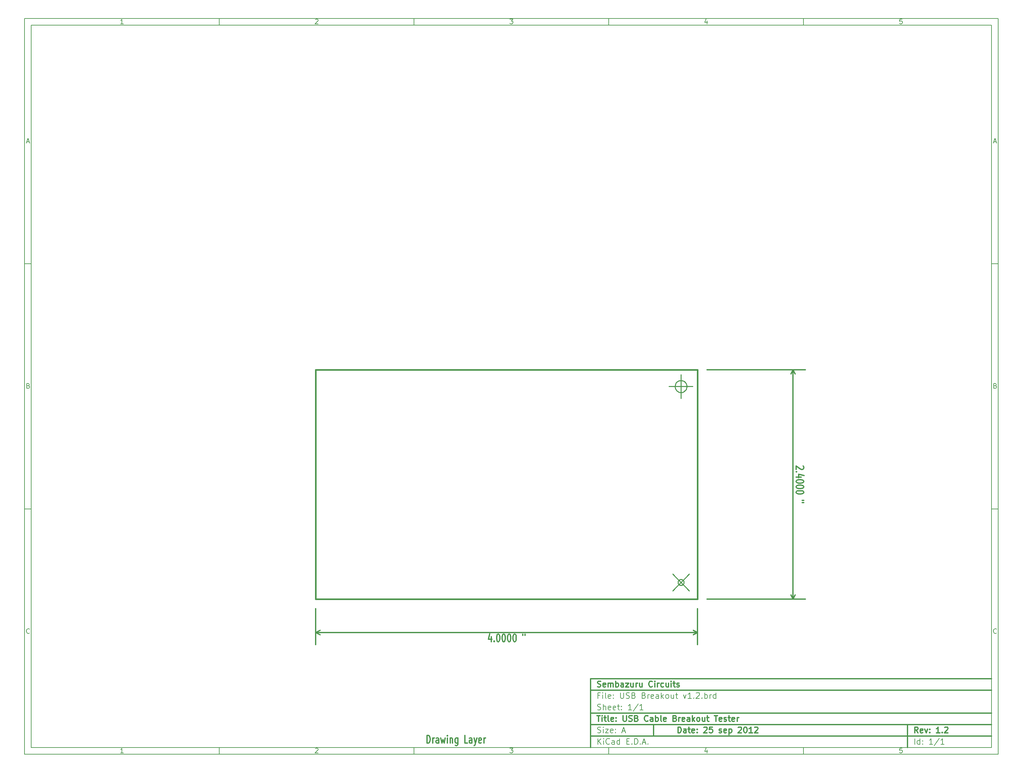
<source format=gbr>
G04 (created by PCBNEW-RS274X (2012-01-19 BZR 3256)-stable) date 25/09/2012 17:31:46*
G01*
G70*
G90*
%MOIN*%
G04 Gerber Fmt 3.4, Leading zero omitted, Abs format*
%FSLAX34Y34*%
G04 APERTURE LIST*
%ADD10C,0.006000*%
%ADD11C,0.012000*%
%ADD12C,0.010000*%
%ADD13C,0.015000*%
G04 APERTURE END LIST*
G54D10*
X-30500Y36750D02*
X71500Y36750D01*
X71500Y-40250D01*
X-30500Y-40250D01*
X-30500Y36750D01*
X-29800Y36050D02*
X70800Y36050D01*
X70800Y-39550D01*
X-29800Y-39550D01*
X-29800Y36050D01*
X-10100Y36750D02*
X-10100Y36050D01*
X-20157Y36198D02*
X-20443Y36198D01*
X-20300Y36198D02*
X-20300Y36698D01*
X-20348Y36626D01*
X-20395Y36579D01*
X-20443Y36555D01*
X-10100Y-40250D02*
X-10100Y-39550D01*
X-20157Y-40102D02*
X-20443Y-40102D01*
X-20300Y-40102D02*
X-20300Y-39602D01*
X-20348Y-39674D01*
X-20395Y-39721D01*
X-20443Y-39745D01*
X10300Y36750D02*
X10300Y36050D01*
X-00043Y36650D02*
X-00019Y36674D01*
X00029Y36698D01*
X00148Y36698D01*
X00195Y36674D01*
X00219Y36650D01*
X00243Y36602D01*
X00243Y36555D01*
X00219Y36483D01*
X-00067Y36198D01*
X00243Y36198D01*
X10300Y-40250D02*
X10300Y-39550D01*
X-00043Y-39650D02*
X-00019Y-39626D01*
X00029Y-39602D01*
X00148Y-39602D01*
X00195Y-39626D01*
X00219Y-39650D01*
X00243Y-39698D01*
X00243Y-39745D01*
X00219Y-39817D01*
X-00067Y-40102D01*
X00243Y-40102D01*
X30700Y36750D02*
X30700Y36050D01*
X20333Y36698D02*
X20643Y36698D01*
X20476Y36507D01*
X20548Y36507D01*
X20595Y36483D01*
X20619Y36460D01*
X20643Y36412D01*
X20643Y36293D01*
X20619Y36245D01*
X20595Y36221D01*
X20548Y36198D01*
X20405Y36198D01*
X20357Y36221D01*
X20333Y36245D01*
X30700Y-40250D02*
X30700Y-39550D01*
X20333Y-39602D02*
X20643Y-39602D01*
X20476Y-39793D01*
X20548Y-39793D01*
X20595Y-39817D01*
X20619Y-39840D01*
X20643Y-39888D01*
X20643Y-40007D01*
X20619Y-40055D01*
X20595Y-40079D01*
X20548Y-40102D01*
X20405Y-40102D01*
X20357Y-40079D01*
X20333Y-40055D01*
X51100Y36750D02*
X51100Y36050D01*
X40995Y36531D02*
X40995Y36198D01*
X40876Y36721D02*
X40757Y36364D01*
X41067Y36364D01*
X51100Y-40250D02*
X51100Y-39550D01*
X40995Y-39769D02*
X40995Y-40102D01*
X40876Y-39579D02*
X40757Y-39936D01*
X41067Y-39936D01*
X61419Y36698D02*
X61181Y36698D01*
X61157Y36460D01*
X61181Y36483D01*
X61229Y36507D01*
X61348Y36507D01*
X61395Y36483D01*
X61419Y36460D01*
X61443Y36412D01*
X61443Y36293D01*
X61419Y36245D01*
X61395Y36221D01*
X61348Y36198D01*
X61229Y36198D01*
X61181Y36221D01*
X61157Y36245D01*
X61419Y-39602D02*
X61181Y-39602D01*
X61157Y-39840D01*
X61181Y-39817D01*
X61229Y-39793D01*
X61348Y-39793D01*
X61395Y-39817D01*
X61419Y-39840D01*
X61443Y-39888D01*
X61443Y-40007D01*
X61419Y-40055D01*
X61395Y-40079D01*
X61348Y-40102D01*
X61229Y-40102D01*
X61181Y-40079D01*
X61157Y-40055D01*
X-30500Y11090D02*
X-29800Y11090D01*
X-30269Y23860D02*
X-30031Y23860D01*
X-30316Y23718D02*
X-30150Y24218D01*
X-29983Y23718D01*
X71500Y11090D02*
X70800Y11090D01*
X71031Y23860D02*
X71269Y23860D01*
X70984Y23718D02*
X71150Y24218D01*
X71317Y23718D01*
X-30500Y-14570D02*
X-29800Y-14570D01*
X-30114Y-01680D02*
X-30043Y-01704D01*
X-30019Y-01728D01*
X-29995Y-01776D01*
X-29995Y-01847D01*
X-30019Y-01895D01*
X-30043Y-01919D01*
X-30090Y-01942D01*
X-30281Y-01942D01*
X-30281Y-01442D01*
X-30114Y-01442D01*
X-30067Y-01466D01*
X-30043Y-01490D01*
X-30019Y-01538D01*
X-30019Y-01585D01*
X-30043Y-01633D01*
X-30067Y-01657D01*
X-30114Y-01680D01*
X-30281Y-01680D01*
X71500Y-14570D02*
X70800Y-14570D01*
X71186Y-01680D02*
X71257Y-01704D01*
X71281Y-01728D01*
X71305Y-01776D01*
X71305Y-01847D01*
X71281Y-01895D01*
X71257Y-01919D01*
X71210Y-01942D01*
X71019Y-01942D01*
X71019Y-01442D01*
X71186Y-01442D01*
X71233Y-01466D01*
X71257Y-01490D01*
X71281Y-01538D01*
X71281Y-01585D01*
X71257Y-01633D01*
X71233Y-01657D01*
X71186Y-01680D01*
X71019Y-01680D01*
X-29995Y-27555D02*
X-30019Y-27579D01*
X-30090Y-27602D01*
X-30138Y-27602D01*
X-30210Y-27579D01*
X-30257Y-27531D01*
X-30281Y-27483D01*
X-30305Y-27388D01*
X-30305Y-27317D01*
X-30281Y-27221D01*
X-30257Y-27174D01*
X-30210Y-27126D01*
X-30138Y-27102D01*
X-30090Y-27102D01*
X-30019Y-27126D01*
X-29995Y-27150D01*
X71305Y-27555D02*
X71281Y-27579D01*
X71210Y-27602D01*
X71162Y-27602D01*
X71090Y-27579D01*
X71043Y-27531D01*
X71019Y-27483D01*
X70995Y-27388D01*
X70995Y-27317D01*
X71019Y-27221D01*
X71043Y-27174D01*
X71090Y-27126D01*
X71162Y-27102D01*
X71210Y-27102D01*
X71281Y-27126D01*
X71305Y-27150D01*
G54D11*
X37943Y-37993D02*
X37943Y-37393D01*
X38086Y-37393D01*
X38171Y-37421D01*
X38229Y-37479D01*
X38257Y-37536D01*
X38286Y-37650D01*
X38286Y-37736D01*
X38257Y-37850D01*
X38229Y-37907D01*
X38171Y-37964D01*
X38086Y-37993D01*
X37943Y-37993D01*
X38800Y-37993D02*
X38800Y-37679D01*
X38771Y-37621D01*
X38714Y-37593D01*
X38600Y-37593D01*
X38543Y-37621D01*
X38800Y-37964D02*
X38743Y-37993D01*
X38600Y-37993D01*
X38543Y-37964D01*
X38514Y-37907D01*
X38514Y-37850D01*
X38543Y-37793D01*
X38600Y-37764D01*
X38743Y-37764D01*
X38800Y-37736D01*
X39000Y-37593D02*
X39229Y-37593D01*
X39086Y-37393D02*
X39086Y-37907D01*
X39114Y-37964D01*
X39172Y-37993D01*
X39229Y-37993D01*
X39657Y-37964D02*
X39600Y-37993D01*
X39486Y-37993D01*
X39429Y-37964D01*
X39400Y-37907D01*
X39400Y-37679D01*
X39429Y-37621D01*
X39486Y-37593D01*
X39600Y-37593D01*
X39657Y-37621D01*
X39686Y-37679D01*
X39686Y-37736D01*
X39400Y-37793D01*
X39943Y-37936D02*
X39971Y-37964D01*
X39943Y-37993D01*
X39914Y-37964D01*
X39943Y-37936D01*
X39943Y-37993D01*
X39943Y-37621D02*
X39971Y-37650D01*
X39943Y-37679D01*
X39914Y-37650D01*
X39943Y-37621D01*
X39943Y-37679D01*
X40657Y-37450D02*
X40686Y-37421D01*
X40743Y-37393D01*
X40886Y-37393D01*
X40943Y-37421D01*
X40972Y-37450D01*
X41000Y-37507D01*
X41000Y-37564D01*
X40972Y-37650D01*
X40629Y-37993D01*
X41000Y-37993D01*
X41543Y-37393D02*
X41257Y-37393D01*
X41228Y-37679D01*
X41257Y-37650D01*
X41314Y-37621D01*
X41457Y-37621D01*
X41514Y-37650D01*
X41543Y-37679D01*
X41571Y-37736D01*
X41571Y-37879D01*
X41543Y-37936D01*
X41514Y-37964D01*
X41457Y-37993D01*
X41314Y-37993D01*
X41257Y-37964D01*
X41228Y-37936D01*
X42256Y-37964D02*
X42313Y-37993D01*
X42428Y-37993D01*
X42485Y-37964D01*
X42513Y-37907D01*
X42513Y-37879D01*
X42485Y-37821D01*
X42428Y-37793D01*
X42342Y-37793D01*
X42285Y-37764D01*
X42256Y-37707D01*
X42256Y-37679D01*
X42285Y-37621D01*
X42342Y-37593D01*
X42428Y-37593D01*
X42485Y-37621D01*
X42999Y-37964D02*
X42942Y-37993D01*
X42828Y-37993D01*
X42771Y-37964D01*
X42742Y-37907D01*
X42742Y-37679D01*
X42771Y-37621D01*
X42828Y-37593D01*
X42942Y-37593D01*
X42999Y-37621D01*
X43028Y-37679D01*
X43028Y-37736D01*
X42742Y-37793D01*
X43285Y-37593D02*
X43285Y-38193D01*
X43285Y-37621D02*
X43342Y-37593D01*
X43456Y-37593D01*
X43513Y-37621D01*
X43542Y-37650D01*
X43571Y-37707D01*
X43571Y-37879D01*
X43542Y-37936D01*
X43513Y-37964D01*
X43456Y-37993D01*
X43342Y-37993D01*
X43285Y-37964D01*
X44256Y-37450D02*
X44285Y-37421D01*
X44342Y-37393D01*
X44485Y-37393D01*
X44542Y-37421D01*
X44571Y-37450D01*
X44599Y-37507D01*
X44599Y-37564D01*
X44571Y-37650D01*
X44228Y-37993D01*
X44599Y-37993D01*
X44970Y-37393D02*
X45027Y-37393D01*
X45084Y-37421D01*
X45113Y-37450D01*
X45142Y-37507D01*
X45170Y-37621D01*
X45170Y-37764D01*
X45142Y-37879D01*
X45113Y-37936D01*
X45084Y-37964D01*
X45027Y-37993D01*
X44970Y-37993D01*
X44913Y-37964D01*
X44884Y-37936D01*
X44856Y-37879D01*
X44827Y-37764D01*
X44827Y-37621D01*
X44856Y-37507D01*
X44884Y-37450D01*
X44913Y-37421D01*
X44970Y-37393D01*
X45741Y-37993D02*
X45398Y-37993D01*
X45570Y-37993D02*
X45570Y-37393D01*
X45513Y-37479D01*
X45455Y-37536D01*
X45398Y-37564D01*
X45969Y-37450D02*
X45998Y-37421D01*
X46055Y-37393D01*
X46198Y-37393D01*
X46255Y-37421D01*
X46284Y-37450D01*
X46312Y-37507D01*
X46312Y-37564D01*
X46284Y-37650D01*
X45941Y-37993D01*
X46312Y-37993D01*
G54D10*
X29543Y-39193D02*
X29543Y-38593D01*
X29886Y-39193D02*
X29629Y-38850D01*
X29886Y-38593D02*
X29543Y-38936D01*
X30143Y-39193D02*
X30143Y-38793D01*
X30143Y-38593D02*
X30114Y-38621D01*
X30143Y-38650D01*
X30171Y-38621D01*
X30143Y-38593D01*
X30143Y-38650D01*
X30772Y-39136D02*
X30743Y-39164D01*
X30657Y-39193D01*
X30600Y-39193D01*
X30515Y-39164D01*
X30457Y-39107D01*
X30429Y-39050D01*
X30400Y-38936D01*
X30400Y-38850D01*
X30429Y-38736D01*
X30457Y-38679D01*
X30515Y-38621D01*
X30600Y-38593D01*
X30657Y-38593D01*
X30743Y-38621D01*
X30772Y-38650D01*
X31286Y-39193D02*
X31286Y-38879D01*
X31257Y-38821D01*
X31200Y-38793D01*
X31086Y-38793D01*
X31029Y-38821D01*
X31286Y-39164D02*
X31229Y-39193D01*
X31086Y-39193D01*
X31029Y-39164D01*
X31000Y-39107D01*
X31000Y-39050D01*
X31029Y-38993D01*
X31086Y-38964D01*
X31229Y-38964D01*
X31286Y-38936D01*
X31829Y-39193D02*
X31829Y-38593D01*
X31829Y-39164D02*
X31772Y-39193D01*
X31658Y-39193D01*
X31600Y-39164D01*
X31572Y-39136D01*
X31543Y-39079D01*
X31543Y-38907D01*
X31572Y-38850D01*
X31600Y-38821D01*
X31658Y-38793D01*
X31772Y-38793D01*
X31829Y-38821D01*
X32572Y-38879D02*
X32772Y-38879D01*
X32858Y-39193D02*
X32572Y-39193D01*
X32572Y-38593D01*
X32858Y-38593D01*
X33115Y-39136D02*
X33143Y-39164D01*
X33115Y-39193D01*
X33086Y-39164D01*
X33115Y-39136D01*
X33115Y-39193D01*
X33401Y-39193D02*
X33401Y-38593D01*
X33544Y-38593D01*
X33629Y-38621D01*
X33687Y-38679D01*
X33715Y-38736D01*
X33744Y-38850D01*
X33744Y-38936D01*
X33715Y-39050D01*
X33687Y-39107D01*
X33629Y-39164D01*
X33544Y-39193D01*
X33401Y-39193D01*
X34001Y-39136D02*
X34029Y-39164D01*
X34001Y-39193D01*
X33972Y-39164D01*
X34001Y-39136D01*
X34001Y-39193D01*
X34258Y-39021D02*
X34544Y-39021D01*
X34201Y-39193D02*
X34401Y-38593D01*
X34601Y-39193D01*
X34801Y-39136D02*
X34829Y-39164D01*
X34801Y-39193D01*
X34772Y-39164D01*
X34801Y-39136D01*
X34801Y-39193D01*
G54D11*
X63086Y-37993D02*
X62886Y-37707D01*
X62743Y-37993D02*
X62743Y-37393D01*
X62971Y-37393D01*
X63029Y-37421D01*
X63057Y-37450D01*
X63086Y-37507D01*
X63086Y-37593D01*
X63057Y-37650D01*
X63029Y-37679D01*
X62971Y-37707D01*
X62743Y-37707D01*
X63571Y-37964D02*
X63514Y-37993D01*
X63400Y-37993D01*
X63343Y-37964D01*
X63314Y-37907D01*
X63314Y-37679D01*
X63343Y-37621D01*
X63400Y-37593D01*
X63514Y-37593D01*
X63571Y-37621D01*
X63600Y-37679D01*
X63600Y-37736D01*
X63314Y-37793D01*
X63800Y-37593D02*
X63943Y-37993D01*
X64085Y-37593D01*
X64314Y-37936D02*
X64342Y-37964D01*
X64314Y-37993D01*
X64285Y-37964D01*
X64314Y-37936D01*
X64314Y-37993D01*
X64314Y-37621D02*
X64342Y-37650D01*
X64314Y-37679D01*
X64285Y-37650D01*
X64314Y-37621D01*
X64314Y-37679D01*
X65371Y-37993D02*
X65028Y-37993D01*
X65200Y-37993D02*
X65200Y-37393D01*
X65143Y-37479D01*
X65085Y-37536D01*
X65028Y-37564D01*
X65628Y-37936D02*
X65656Y-37964D01*
X65628Y-37993D01*
X65599Y-37964D01*
X65628Y-37936D01*
X65628Y-37993D01*
X65885Y-37450D02*
X65914Y-37421D01*
X65971Y-37393D01*
X66114Y-37393D01*
X66171Y-37421D01*
X66200Y-37450D01*
X66228Y-37507D01*
X66228Y-37564D01*
X66200Y-37650D01*
X65857Y-37993D01*
X66228Y-37993D01*
G54D10*
X29514Y-37964D02*
X29600Y-37993D01*
X29743Y-37993D01*
X29800Y-37964D01*
X29829Y-37936D01*
X29857Y-37879D01*
X29857Y-37821D01*
X29829Y-37764D01*
X29800Y-37736D01*
X29743Y-37707D01*
X29629Y-37679D01*
X29571Y-37650D01*
X29543Y-37621D01*
X29514Y-37564D01*
X29514Y-37507D01*
X29543Y-37450D01*
X29571Y-37421D01*
X29629Y-37393D01*
X29771Y-37393D01*
X29857Y-37421D01*
X30114Y-37993D02*
X30114Y-37593D01*
X30114Y-37393D02*
X30085Y-37421D01*
X30114Y-37450D01*
X30142Y-37421D01*
X30114Y-37393D01*
X30114Y-37450D01*
X30343Y-37593D02*
X30657Y-37593D01*
X30343Y-37993D01*
X30657Y-37993D01*
X31114Y-37964D02*
X31057Y-37993D01*
X30943Y-37993D01*
X30886Y-37964D01*
X30857Y-37907D01*
X30857Y-37679D01*
X30886Y-37621D01*
X30943Y-37593D01*
X31057Y-37593D01*
X31114Y-37621D01*
X31143Y-37679D01*
X31143Y-37736D01*
X30857Y-37793D01*
X31400Y-37936D02*
X31428Y-37964D01*
X31400Y-37993D01*
X31371Y-37964D01*
X31400Y-37936D01*
X31400Y-37993D01*
X31400Y-37621D02*
X31428Y-37650D01*
X31400Y-37679D01*
X31371Y-37650D01*
X31400Y-37621D01*
X31400Y-37679D01*
X32114Y-37821D02*
X32400Y-37821D01*
X32057Y-37993D02*
X32257Y-37393D01*
X32457Y-37993D01*
X62743Y-39193D02*
X62743Y-38593D01*
X63286Y-39193D02*
X63286Y-38593D01*
X63286Y-39164D02*
X63229Y-39193D01*
X63115Y-39193D01*
X63057Y-39164D01*
X63029Y-39136D01*
X63000Y-39079D01*
X63000Y-38907D01*
X63029Y-38850D01*
X63057Y-38821D01*
X63115Y-38793D01*
X63229Y-38793D01*
X63286Y-38821D01*
X63572Y-39136D02*
X63600Y-39164D01*
X63572Y-39193D01*
X63543Y-39164D01*
X63572Y-39136D01*
X63572Y-39193D01*
X63572Y-38821D02*
X63600Y-38850D01*
X63572Y-38879D01*
X63543Y-38850D01*
X63572Y-38821D01*
X63572Y-38879D01*
X64629Y-39193D02*
X64286Y-39193D01*
X64458Y-39193D02*
X64458Y-38593D01*
X64401Y-38679D01*
X64343Y-38736D01*
X64286Y-38764D01*
X65314Y-38564D02*
X64800Y-39336D01*
X65829Y-39193D02*
X65486Y-39193D01*
X65658Y-39193D02*
X65658Y-38593D01*
X65601Y-38679D01*
X65543Y-38736D01*
X65486Y-38764D01*
G54D11*
X29457Y-36193D02*
X29800Y-36193D01*
X29629Y-36793D02*
X29629Y-36193D01*
X30000Y-36793D02*
X30000Y-36393D01*
X30000Y-36193D02*
X29971Y-36221D01*
X30000Y-36250D01*
X30028Y-36221D01*
X30000Y-36193D01*
X30000Y-36250D01*
X30200Y-36393D02*
X30429Y-36393D01*
X30286Y-36193D02*
X30286Y-36707D01*
X30314Y-36764D01*
X30372Y-36793D01*
X30429Y-36793D01*
X30715Y-36793D02*
X30657Y-36764D01*
X30629Y-36707D01*
X30629Y-36193D01*
X31171Y-36764D02*
X31114Y-36793D01*
X31000Y-36793D01*
X30943Y-36764D01*
X30914Y-36707D01*
X30914Y-36479D01*
X30943Y-36421D01*
X31000Y-36393D01*
X31114Y-36393D01*
X31171Y-36421D01*
X31200Y-36479D01*
X31200Y-36536D01*
X30914Y-36593D01*
X31457Y-36736D02*
X31485Y-36764D01*
X31457Y-36793D01*
X31428Y-36764D01*
X31457Y-36736D01*
X31457Y-36793D01*
X31457Y-36421D02*
X31485Y-36450D01*
X31457Y-36479D01*
X31428Y-36450D01*
X31457Y-36421D01*
X31457Y-36479D01*
X32200Y-36193D02*
X32200Y-36679D01*
X32228Y-36736D01*
X32257Y-36764D01*
X32314Y-36793D01*
X32428Y-36793D01*
X32486Y-36764D01*
X32514Y-36736D01*
X32543Y-36679D01*
X32543Y-36193D01*
X32800Y-36764D02*
X32886Y-36793D01*
X33029Y-36793D01*
X33086Y-36764D01*
X33115Y-36736D01*
X33143Y-36679D01*
X33143Y-36621D01*
X33115Y-36564D01*
X33086Y-36536D01*
X33029Y-36507D01*
X32915Y-36479D01*
X32857Y-36450D01*
X32829Y-36421D01*
X32800Y-36364D01*
X32800Y-36307D01*
X32829Y-36250D01*
X32857Y-36221D01*
X32915Y-36193D01*
X33057Y-36193D01*
X33143Y-36221D01*
X33600Y-36479D02*
X33686Y-36507D01*
X33714Y-36536D01*
X33743Y-36593D01*
X33743Y-36679D01*
X33714Y-36736D01*
X33686Y-36764D01*
X33628Y-36793D01*
X33400Y-36793D01*
X33400Y-36193D01*
X33600Y-36193D01*
X33657Y-36221D01*
X33686Y-36250D01*
X33714Y-36307D01*
X33714Y-36364D01*
X33686Y-36421D01*
X33657Y-36450D01*
X33600Y-36479D01*
X33400Y-36479D01*
X34800Y-36736D02*
X34771Y-36764D01*
X34685Y-36793D01*
X34628Y-36793D01*
X34543Y-36764D01*
X34485Y-36707D01*
X34457Y-36650D01*
X34428Y-36536D01*
X34428Y-36450D01*
X34457Y-36336D01*
X34485Y-36279D01*
X34543Y-36221D01*
X34628Y-36193D01*
X34685Y-36193D01*
X34771Y-36221D01*
X34800Y-36250D01*
X35314Y-36793D02*
X35314Y-36479D01*
X35285Y-36421D01*
X35228Y-36393D01*
X35114Y-36393D01*
X35057Y-36421D01*
X35314Y-36764D02*
X35257Y-36793D01*
X35114Y-36793D01*
X35057Y-36764D01*
X35028Y-36707D01*
X35028Y-36650D01*
X35057Y-36593D01*
X35114Y-36564D01*
X35257Y-36564D01*
X35314Y-36536D01*
X35600Y-36793D02*
X35600Y-36193D01*
X35600Y-36421D02*
X35657Y-36393D01*
X35771Y-36393D01*
X35828Y-36421D01*
X35857Y-36450D01*
X35886Y-36507D01*
X35886Y-36679D01*
X35857Y-36736D01*
X35828Y-36764D01*
X35771Y-36793D01*
X35657Y-36793D01*
X35600Y-36764D01*
X36229Y-36793D02*
X36171Y-36764D01*
X36143Y-36707D01*
X36143Y-36193D01*
X36685Y-36764D02*
X36628Y-36793D01*
X36514Y-36793D01*
X36457Y-36764D01*
X36428Y-36707D01*
X36428Y-36479D01*
X36457Y-36421D01*
X36514Y-36393D01*
X36628Y-36393D01*
X36685Y-36421D01*
X36714Y-36479D01*
X36714Y-36536D01*
X36428Y-36593D01*
X37628Y-36479D02*
X37714Y-36507D01*
X37742Y-36536D01*
X37771Y-36593D01*
X37771Y-36679D01*
X37742Y-36736D01*
X37714Y-36764D01*
X37656Y-36793D01*
X37428Y-36793D01*
X37428Y-36193D01*
X37628Y-36193D01*
X37685Y-36221D01*
X37714Y-36250D01*
X37742Y-36307D01*
X37742Y-36364D01*
X37714Y-36421D01*
X37685Y-36450D01*
X37628Y-36479D01*
X37428Y-36479D01*
X38028Y-36793D02*
X38028Y-36393D01*
X38028Y-36507D02*
X38056Y-36450D01*
X38085Y-36421D01*
X38142Y-36393D01*
X38199Y-36393D01*
X38627Y-36764D02*
X38570Y-36793D01*
X38456Y-36793D01*
X38399Y-36764D01*
X38370Y-36707D01*
X38370Y-36479D01*
X38399Y-36421D01*
X38456Y-36393D01*
X38570Y-36393D01*
X38627Y-36421D01*
X38656Y-36479D01*
X38656Y-36536D01*
X38370Y-36593D01*
X39170Y-36793D02*
X39170Y-36479D01*
X39141Y-36421D01*
X39084Y-36393D01*
X38970Y-36393D01*
X38913Y-36421D01*
X39170Y-36764D02*
X39113Y-36793D01*
X38970Y-36793D01*
X38913Y-36764D01*
X38884Y-36707D01*
X38884Y-36650D01*
X38913Y-36593D01*
X38970Y-36564D01*
X39113Y-36564D01*
X39170Y-36536D01*
X39456Y-36793D02*
X39456Y-36193D01*
X39513Y-36564D02*
X39684Y-36793D01*
X39684Y-36393D02*
X39456Y-36621D01*
X40028Y-36793D02*
X39970Y-36764D01*
X39942Y-36736D01*
X39913Y-36679D01*
X39913Y-36507D01*
X39942Y-36450D01*
X39970Y-36421D01*
X40028Y-36393D01*
X40113Y-36393D01*
X40170Y-36421D01*
X40199Y-36450D01*
X40228Y-36507D01*
X40228Y-36679D01*
X40199Y-36736D01*
X40170Y-36764D01*
X40113Y-36793D01*
X40028Y-36793D01*
X40742Y-36393D02*
X40742Y-36793D01*
X40485Y-36393D02*
X40485Y-36707D01*
X40513Y-36764D01*
X40571Y-36793D01*
X40656Y-36793D01*
X40713Y-36764D01*
X40742Y-36736D01*
X40942Y-36393D02*
X41171Y-36393D01*
X41028Y-36193D02*
X41028Y-36707D01*
X41056Y-36764D01*
X41114Y-36793D01*
X41171Y-36793D01*
X41742Y-36193D02*
X42085Y-36193D01*
X41914Y-36793D02*
X41914Y-36193D01*
X42513Y-36764D02*
X42456Y-36793D01*
X42342Y-36793D01*
X42285Y-36764D01*
X42256Y-36707D01*
X42256Y-36479D01*
X42285Y-36421D01*
X42342Y-36393D01*
X42456Y-36393D01*
X42513Y-36421D01*
X42542Y-36479D01*
X42542Y-36536D01*
X42256Y-36593D01*
X42770Y-36764D02*
X42827Y-36793D01*
X42942Y-36793D01*
X42999Y-36764D01*
X43027Y-36707D01*
X43027Y-36679D01*
X42999Y-36621D01*
X42942Y-36593D01*
X42856Y-36593D01*
X42799Y-36564D01*
X42770Y-36507D01*
X42770Y-36479D01*
X42799Y-36421D01*
X42856Y-36393D01*
X42942Y-36393D01*
X42999Y-36421D01*
X43199Y-36393D02*
X43428Y-36393D01*
X43285Y-36193D02*
X43285Y-36707D01*
X43313Y-36764D01*
X43371Y-36793D01*
X43428Y-36793D01*
X43856Y-36764D02*
X43799Y-36793D01*
X43685Y-36793D01*
X43628Y-36764D01*
X43599Y-36707D01*
X43599Y-36479D01*
X43628Y-36421D01*
X43685Y-36393D01*
X43799Y-36393D01*
X43856Y-36421D01*
X43885Y-36479D01*
X43885Y-36536D01*
X43599Y-36593D01*
X44142Y-36793D02*
X44142Y-36393D01*
X44142Y-36507D02*
X44170Y-36450D01*
X44199Y-36421D01*
X44256Y-36393D01*
X44313Y-36393D01*
G54D10*
X29743Y-34079D02*
X29543Y-34079D01*
X29543Y-34393D02*
X29543Y-33793D01*
X29829Y-33793D01*
X30057Y-34393D02*
X30057Y-33993D01*
X30057Y-33793D02*
X30028Y-33821D01*
X30057Y-33850D01*
X30085Y-33821D01*
X30057Y-33793D01*
X30057Y-33850D01*
X30429Y-34393D02*
X30371Y-34364D01*
X30343Y-34307D01*
X30343Y-33793D01*
X30885Y-34364D02*
X30828Y-34393D01*
X30714Y-34393D01*
X30657Y-34364D01*
X30628Y-34307D01*
X30628Y-34079D01*
X30657Y-34021D01*
X30714Y-33993D01*
X30828Y-33993D01*
X30885Y-34021D01*
X30914Y-34079D01*
X30914Y-34136D01*
X30628Y-34193D01*
X31171Y-34336D02*
X31199Y-34364D01*
X31171Y-34393D01*
X31142Y-34364D01*
X31171Y-34336D01*
X31171Y-34393D01*
X31171Y-34021D02*
X31199Y-34050D01*
X31171Y-34079D01*
X31142Y-34050D01*
X31171Y-34021D01*
X31171Y-34079D01*
X31914Y-33793D02*
X31914Y-34279D01*
X31942Y-34336D01*
X31971Y-34364D01*
X32028Y-34393D01*
X32142Y-34393D01*
X32200Y-34364D01*
X32228Y-34336D01*
X32257Y-34279D01*
X32257Y-33793D01*
X32514Y-34364D02*
X32600Y-34393D01*
X32743Y-34393D01*
X32800Y-34364D01*
X32829Y-34336D01*
X32857Y-34279D01*
X32857Y-34221D01*
X32829Y-34164D01*
X32800Y-34136D01*
X32743Y-34107D01*
X32629Y-34079D01*
X32571Y-34050D01*
X32543Y-34021D01*
X32514Y-33964D01*
X32514Y-33907D01*
X32543Y-33850D01*
X32571Y-33821D01*
X32629Y-33793D01*
X32771Y-33793D01*
X32857Y-33821D01*
X33314Y-34079D02*
X33400Y-34107D01*
X33428Y-34136D01*
X33457Y-34193D01*
X33457Y-34279D01*
X33428Y-34336D01*
X33400Y-34364D01*
X33342Y-34393D01*
X33114Y-34393D01*
X33114Y-33793D01*
X33314Y-33793D01*
X33371Y-33821D01*
X33400Y-33850D01*
X33428Y-33907D01*
X33428Y-33964D01*
X33400Y-34021D01*
X33371Y-34050D01*
X33314Y-34079D01*
X33114Y-34079D01*
X34371Y-34079D02*
X34457Y-34107D01*
X34485Y-34136D01*
X34514Y-34193D01*
X34514Y-34279D01*
X34485Y-34336D01*
X34457Y-34364D01*
X34399Y-34393D01*
X34171Y-34393D01*
X34171Y-33793D01*
X34371Y-33793D01*
X34428Y-33821D01*
X34457Y-33850D01*
X34485Y-33907D01*
X34485Y-33964D01*
X34457Y-34021D01*
X34428Y-34050D01*
X34371Y-34079D01*
X34171Y-34079D01*
X34771Y-34393D02*
X34771Y-33993D01*
X34771Y-34107D02*
X34799Y-34050D01*
X34828Y-34021D01*
X34885Y-33993D01*
X34942Y-33993D01*
X35370Y-34364D02*
X35313Y-34393D01*
X35199Y-34393D01*
X35142Y-34364D01*
X35113Y-34307D01*
X35113Y-34079D01*
X35142Y-34021D01*
X35199Y-33993D01*
X35313Y-33993D01*
X35370Y-34021D01*
X35399Y-34079D01*
X35399Y-34136D01*
X35113Y-34193D01*
X35913Y-34393D02*
X35913Y-34079D01*
X35884Y-34021D01*
X35827Y-33993D01*
X35713Y-33993D01*
X35656Y-34021D01*
X35913Y-34364D02*
X35856Y-34393D01*
X35713Y-34393D01*
X35656Y-34364D01*
X35627Y-34307D01*
X35627Y-34250D01*
X35656Y-34193D01*
X35713Y-34164D01*
X35856Y-34164D01*
X35913Y-34136D01*
X36199Y-34393D02*
X36199Y-33793D01*
X36256Y-34164D02*
X36427Y-34393D01*
X36427Y-33993D02*
X36199Y-34221D01*
X36771Y-34393D02*
X36713Y-34364D01*
X36685Y-34336D01*
X36656Y-34279D01*
X36656Y-34107D01*
X36685Y-34050D01*
X36713Y-34021D01*
X36771Y-33993D01*
X36856Y-33993D01*
X36913Y-34021D01*
X36942Y-34050D01*
X36971Y-34107D01*
X36971Y-34279D01*
X36942Y-34336D01*
X36913Y-34364D01*
X36856Y-34393D01*
X36771Y-34393D01*
X37485Y-33993D02*
X37485Y-34393D01*
X37228Y-33993D02*
X37228Y-34307D01*
X37256Y-34364D01*
X37314Y-34393D01*
X37399Y-34393D01*
X37456Y-34364D01*
X37485Y-34336D01*
X37685Y-33993D02*
X37914Y-33993D01*
X37771Y-33793D02*
X37771Y-34307D01*
X37799Y-34364D01*
X37857Y-34393D01*
X37914Y-34393D01*
X38514Y-33993D02*
X38657Y-34393D01*
X38799Y-33993D01*
X39342Y-34393D02*
X38999Y-34393D01*
X39171Y-34393D02*
X39171Y-33793D01*
X39114Y-33879D01*
X39056Y-33936D01*
X38999Y-33964D01*
X39599Y-34336D02*
X39627Y-34364D01*
X39599Y-34393D01*
X39570Y-34364D01*
X39599Y-34336D01*
X39599Y-34393D01*
X39856Y-33850D02*
X39885Y-33821D01*
X39942Y-33793D01*
X40085Y-33793D01*
X40142Y-33821D01*
X40171Y-33850D01*
X40199Y-33907D01*
X40199Y-33964D01*
X40171Y-34050D01*
X39828Y-34393D01*
X40199Y-34393D01*
X40456Y-34336D02*
X40484Y-34364D01*
X40456Y-34393D01*
X40427Y-34364D01*
X40456Y-34336D01*
X40456Y-34393D01*
X40742Y-34393D02*
X40742Y-33793D01*
X40742Y-34021D02*
X40799Y-33993D01*
X40913Y-33993D01*
X40970Y-34021D01*
X40999Y-34050D01*
X41028Y-34107D01*
X41028Y-34279D01*
X40999Y-34336D01*
X40970Y-34364D01*
X40913Y-34393D01*
X40799Y-34393D01*
X40742Y-34364D01*
X41285Y-34393D02*
X41285Y-33993D01*
X41285Y-34107D02*
X41313Y-34050D01*
X41342Y-34021D01*
X41399Y-33993D01*
X41456Y-33993D01*
X41913Y-34393D02*
X41913Y-33793D01*
X41913Y-34364D02*
X41856Y-34393D01*
X41742Y-34393D01*
X41684Y-34364D01*
X41656Y-34336D01*
X41627Y-34279D01*
X41627Y-34107D01*
X41656Y-34050D01*
X41684Y-34021D01*
X41742Y-33993D01*
X41856Y-33993D01*
X41913Y-34021D01*
X29514Y-35564D02*
X29600Y-35593D01*
X29743Y-35593D01*
X29800Y-35564D01*
X29829Y-35536D01*
X29857Y-35479D01*
X29857Y-35421D01*
X29829Y-35364D01*
X29800Y-35336D01*
X29743Y-35307D01*
X29629Y-35279D01*
X29571Y-35250D01*
X29543Y-35221D01*
X29514Y-35164D01*
X29514Y-35107D01*
X29543Y-35050D01*
X29571Y-35021D01*
X29629Y-34993D01*
X29771Y-34993D01*
X29857Y-35021D01*
X30114Y-35593D02*
X30114Y-34993D01*
X30371Y-35593D02*
X30371Y-35279D01*
X30342Y-35221D01*
X30285Y-35193D01*
X30200Y-35193D01*
X30142Y-35221D01*
X30114Y-35250D01*
X30885Y-35564D02*
X30828Y-35593D01*
X30714Y-35593D01*
X30657Y-35564D01*
X30628Y-35507D01*
X30628Y-35279D01*
X30657Y-35221D01*
X30714Y-35193D01*
X30828Y-35193D01*
X30885Y-35221D01*
X30914Y-35279D01*
X30914Y-35336D01*
X30628Y-35393D01*
X31399Y-35564D02*
X31342Y-35593D01*
X31228Y-35593D01*
X31171Y-35564D01*
X31142Y-35507D01*
X31142Y-35279D01*
X31171Y-35221D01*
X31228Y-35193D01*
X31342Y-35193D01*
X31399Y-35221D01*
X31428Y-35279D01*
X31428Y-35336D01*
X31142Y-35393D01*
X31599Y-35193D02*
X31828Y-35193D01*
X31685Y-34993D02*
X31685Y-35507D01*
X31713Y-35564D01*
X31771Y-35593D01*
X31828Y-35593D01*
X32028Y-35536D02*
X32056Y-35564D01*
X32028Y-35593D01*
X31999Y-35564D01*
X32028Y-35536D01*
X32028Y-35593D01*
X32028Y-35221D02*
X32056Y-35250D01*
X32028Y-35279D01*
X31999Y-35250D01*
X32028Y-35221D01*
X32028Y-35279D01*
X33085Y-35593D02*
X32742Y-35593D01*
X32914Y-35593D02*
X32914Y-34993D01*
X32857Y-35079D01*
X32799Y-35136D01*
X32742Y-35164D01*
X33770Y-34964D02*
X33256Y-35736D01*
X34285Y-35593D02*
X33942Y-35593D01*
X34114Y-35593D02*
X34114Y-34993D01*
X34057Y-35079D01*
X33999Y-35136D01*
X33942Y-35164D01*
G54D11*
X29514Y-33164D02*
X29600Y-33193D01*
X29743Y-33193D01*
X29800Y-33164D01*
X29829Y-33136D01*
X29857Y-33079D01*
X29857Y-33021D01*
X29829Y-32964D01*
X29800Y-32936D01*
X29743Y-32907D01*
X29629Y-32879D01*
X29571Y-32850D01*
X29543Y-32821D01*
X29514Y-32764D01*
X29514Y-32707D01*
X29543Y-32650D01*
X29571Y-32621D01*
X29629Y-32593D01*
X29771Y-32593D01*
X29857Y-32621D01*
X30342Y-33164D02*
X30285Y-33193D01*
X30171Y-33193D01*
X30114Y-33164D01*
X30085Y-33107D01*
X30085Y-32879D01*
X30114Y-32821D01*
X30171Y-32793D01*
X30285Y-32793D01*
X30342Y-32821D01*
X30371Y-32879D01*
X30371Y-32936D01*
X30085Y-32993D01*
X30628Y-33193D02*
X30628Y-32793D01*
X30628Y-32850D02*
X30656Y-32821D01*
X30714Y-32793D01*
X30799Y-32793D01*
X30856Y-32821D01*
X30885Y-32879D01*
X30885Y-33193D01*
X30885Y-32879D02*
X30914Y-32821D01*
X30971Y-32793D01*
X31056Y-32793D01*
X31114Y-32821D01*
X31142Y-32879D01*
X31142Y-33193D01*
X31428Y-33193D02*
X31428Y-32593D01*
X31428Y-32821D02*
X31485Y-32793D01*
X31599Y-32793D01*
X31656Y-32821D01*
X31685Y-32850D01*
X31714Y-32907D01*
X31714Y-33079D01*
X31685Y-33136D01*
X31656Y-33164D01*
X31599Y-33193D01*
X31485Y-33193D01*
X31428Y-33164D01*
X32228Y-33193D02*
X32228Y-32879D01*
X32199Y-32821D01*
X32142Y-32793D01*
X32028Y-32793D01*
X31971Y-32821D01*
X32228Y-33164D02*
X32171Y-33193D01*
X32028Y-33193D01*
X31971Y-33164D01*
X31942Y-33107D01*
X31942Y-33050D01*
X31971Y-32993D01*
X32028Y-32964D01*
X32171Y-32964D01*
X32228Y-32936D01*
X32457Y-32793D02*
X32771Y-32793D01*
X32457Y-33193D01*
X32771Y-33193D01*
X33257Y-32793D02*
X33257Y-33193D01*
X33000Y-32793D02*
X33000Y-33107D01*
X33028Y-33164D01*
X33086Y-33193D01*
X33171Y-33193D01*
X33228Y-33164D01*
X33257Y-33136D01*
X33543Y-33193D02*
X33543Y-32793D01*
X33543Y-32907D02*
X33571Y-32850D01*
X33600Y-32821D01*
X33657Y-32793D01*
X33714Y-32793D01*
X34171Y-32793D02*
X34171Y-33193D01*
X33914Y-32793D02*
X33914Y-33107D01*
X33942Y-33164D01*
X34000Y-33193D01*
X34085Y-33193D01*
X34142Y-33164D01*
X34171Y-33136D01*
X35257Y-33136D02*
X35228Y-33164D01*
X35142Y-33193D01*
X35085Y-33193D01*
X35000Y-33164D01*
X34942Y-33107D01*
X34914Y-33050D01*
X34885Y-32936D01*
X34885Y-32850D01*
X34914Y-32736D01*
X34942Y-32679D01*
X35000Y-32621D01*
X35085Y-32593D01*
X35142Y-32593D01*
X35228Y-32621D01*
X35257Y-32650D01*
X35514Y-33193D02*
X35514Y-32793D01*
X35514Y-32593D02*
X35485Y-32621D01*
X35514Y-32650D01*
X35542Y-32621D01*
X35514Y-32593D01*
X35514Y-32650D01*
X35800Y-33193D02*
X35800Y-32793D01*
X35800Y-32907D02*
X35828Y-32850D01*
X35857Y-32821D01*
X35914Y-32793D01*
X35971Y-32793D01*
X36428Y-33164D02*
X36371Y-33193D01*
X36257Y-33193D01*
X36199Y-33164D01*
X36171Y-33136D01*
X36142Y-33079D01*
X36142Y-32907D01*
X36171Y-32850D01*
X36199Y-32821D01*
X36257Y-32793D01*
X36371Y-32793D01*
X36428Y-32821D01*
X36942Y-32793D02*
X36942Y-33193D01*
X36685Y-32793D02*
X36685Y-33107D01*
X36713Y-33164D01*
X36771Y-33193D01*
X36856Y-33193D01*
X36913Y-33164D01*
X36942Y-33136D01*
X37228Y-33193D02*
X37228Y-32793D01*
X37228Y-32593D02*
X37199Y-32621D01*
X37228Y-32650D01*
X37256Y-32621D01*
X37228Y-32593D01*
X37228Y-32650D01*
X37428Y-32793D02*
X37657Y-32793D01*
X37514Y-32593D02*
X37514Y-33107D01*
X37542Y-33164D01*
X37600Y-33193D01*
X37657Y-33193D01*
X37828Y-33164D02*
X37885Y-33193D01*
X38000Y-33193D01*
X38057Y-33164D01*
X38085Y-33107D01*
X38085Y-33079D01*
X38057Y-33021D01*
X38000Y-32993D01*
X37914Y-32993D01*
X37857Y-32964D01*
X37828Y-32907D01*
X37828Y-32879D01*
X37857Y-32821D01*
X37914Y-32793D01*
X38000Y-32793D01*
X38057Y-32821D01*
X28800Y-32350D02*
X28800Y-39550D01*
X28800Y-33550D02*
X70800Y-33550D01*
X28800Y-32350D02*
X70800Y-32350D01*
X28800Y-35950D02*
X70800Y-35950D01*
X62000Y-37150D02*
X62000Y-39550D01*
X28800Y-38350D02*
X70800Y-38350D01*
X28800Y-37150D02*
X70800Y-37150D01*
X35400Y-37150D02*
X35400Y-38350D01*
X11643Y-39074D02*
X11643Y-38274D01*
X11786Y-38274D01*
X11871Y-38312D01*
X11929Y-38388D01*
X11957Y-38464D01*
X11986Y-38617D01*
X11986Y-38731D01*
X11957Y-38883D01*
X11929Y-38960D01*
X11871Y-39036D01*
X11786Y-39074D01*
X11643Y-39074D01*
X12243Y-39074D02*
X12243Y-38540D01*
X12243Y-38693D02*
X12271Y-38617D01*
X12300Y-38579D01*
X12357Y-38540D01*
X12414Y-38540D01*
X12871Y-39074D02*
X12871Y-38655D01*
X12842Y-38579D01*
X12785Y-38540D01*
X12671Y-38540D01*
X12614Y-38579D01*
X12871Y-39036D02*
X12814Y-39074D01*
X12671Y-39074D01*
X12614Y-39036D01*
X12585Y-38960D01*
X12585Y-38883D01*
X12614Y-38807D01*
X12671Y-38769D01*
X12814Y-38769D01*
X12871Y-38731D01*
X13100Y-38540D02*
X13214Y-39074D01*
X13328Y-38693D01*
X13443Y-39074D01*
X13557Y-38540D01*
X13786Y-39074D02*
X13786Y-38540D01*
X13786Y-38274D02*
X13757Y-38312D01*
X13786Y-38350D01*
X13814Y-38312D01*
X13786Y-38274D01*
X13786Y-38350D01*
X14072Y-38540D02*
X14072Y-39074D01*
X14072Y-38617D02*
X14100Y-38579D01*
X14158Y-38540D01*
X14243Y-38540D01*
X14300Y-38579D01*
X14329Y-38655D01*
X14329Y-39074D01*
X14872Y-38540D02*
X14872Y-39188D01*
X14843Y-39264D01*
X14815Y-39302D01*
X14758Y-39340D01*
X14672Y-39340D01*
X14615Y-39302D01*
X14872Y-39036D02*
X14815Y-39074D01*
X14701Y-39074D01*
X14643Y-39036D01*
X14615Y-38998D01*
X14586Y-38921D01*
X14586Y-38693D01*
X14615Y-38617D01*
X14643Y-38579D01*
X14701Y-38540D01*
X14815Y-38540D01*
X14872Y-38579D01*
X15901Y-39074D02*
X15615Y-39074D01*
X15615Y-38274D01*
X16358Y-39074D02*
X16358Y-38655D01*
X16329Y-38579D01*
X16272Y-38540D01*
X16158Y-38540D01*
X16101Y-38579D01*
X16358Y-39036D02*
X16301Y-39074D01*
X16158Y-39074D01*
X16101Y-39036D01*
X16072Y-38960D01*
X16072Y-38883D01*
X16101Y-38807D01*
X16158Y-38769D01*
X16301Y-38769D01*
X16358Y-38731D01*
X16587Y-38540D02*
X16730Y-39074D01*
X16872Y-38540D02*
X16730Y-39074D01*
X16672Y-39264D01*
X16644Y-39302D01*
X16587Y-39340D01*
X17329Y-39036D02*
X17272Y-39074D01*
X17158Y-39074D01*
X17101Y-39036D01*
X17072Y-38960D01*
X17072Y-38655D01*
X17101Y-38579D01*
X17158Y-38540D01*
X17272Y-38540D01*
X17329Y-38579D01*
X17358Y-38655D01*
X17358Y-38731D01*
X17072Y-38807D01*
X17615Y-39074D02*
X17615Y-38540D01*
X17615Y-38693D02*
X17643Y-38617D01*
X17672Y-38579D01*
X17729Y-38540D01*
X17786Y-38540D01*
G54D12*
X38562Y-22250D02*
X38556Y-22310D01*
X38538Y-22368D01*
X38509Y-22422D01*
X38471Y-22469D01*
X38424Y-22508D01*
X38370Y-22537D01*
X38312Y-22555D01*
X38252Y-22561D01*
X38192Y-22556D01*
X38134Y-22539D01*
X38080Y-22511D01*
X38032Y-22472D01*
X37993Y-22426D01*
X37964Y-22372D01*
X37945Y-22314D01*
X37939Y-22254D01*
X37944Y-22194D01*
X37960Y-22136D01*
X37988Y-22081D01*
X38026Y-22034D01*
X38072Y-21994D01*
X38126Y-21965D01*
X38184Y-21946D01*
X38244Y-21939D01*
X38304Y-21943D01*
X38362Y-21960D01*
X38417Y-21987D01*
X38465Y-22025D01*
X38504Y-22071D01*
X38535Y-22124D01*
X38554Y-22181D01*
X38561Y-22242D01*
X38562Y-22250D01*
X37375Y-21375D02*
X39125Y-23125D01*
X37375Y-23125D02*
X39125Y-21375D01*
X38875Y-01750D02*
X38863Y-01871D01*
X38827Y-01988D01*
X38770Y-02095D01*
X38693Y-02190D01*
X38599Y-02268D01*
X38492Y-02326D01*
X38375Y-02362D01*
X38254Y-02374D01*
X38133Y-02363D01*
X38016Y-02329D01*
X37908Y-02272D01*
X37813Y-02196D01*
X37735Y-02103D01*
X37676Y-01996D01*
X37639Y-01879D01*
X37626Y-01758D01*
X37636Y-01638D01*
X37669Y-01520D01*
X37725Y-01412D01*
X37801Y-01316D01*
X37894Y-01237D01*
X38000Y-01178D01*
X38116Y-01140D01*
X38237Y-01126D01*
X38358Y-01135D01*
X38476Y-01168D01*
X38584Y-01223D01*
X38681Y-01298D01*
X38760Y-01390D01*
X38820Y-01496D01*
X38859Y-01612D01*
X38874Y-01733D01*
X38875Y-01750D01*
X37000Y-01750D02*
X39500Y-01750D01*
X38250Y-00500D02*
X38250Y-03000D01*
G54D11*
X51039Y-10087D02*
X51077Y-10116D01*
X51115Y-10173D01*
X51115Y-10316D01*
X51077Y-10373D01*
X51039Y-10402D01*
X50963Y-10430D01*
X50887Y-10430D01*
X50772Y-10402D01*
X50315Y-10059D01*
X50315Y-10430D01*
X50391Y-10687D02*
X50353Y-10715D01*
X50315Y-10687D01*
X50353Y-10658D01*
X50391Y-10687D01*
X50315Y-10687D01*
X50849Y-11230D02*
X50315Y-11230D01*
X51153Y-11087D02*
X50582Y-10944D01*
X50582Y-11316D01*
X51115Y-11658D02*
X51115Y-11715D01*
X51077Y-11772D01*
X51039Y-11801D01*
X50963Y-11830D01*
X50810Y-11858D01*
X50620Y-11858D01*
X50468Y-11830D01*
X50391Y-11801D01*
X50353Y-11772D01*
X50315Y-11715D01*
X50315Y-11658D01*
X50353Y-11601D01*
X50391Y-11572D01*
X50468Y-11544D01*
X50620Y-11515D01*
X50810Y-11515D01*
X50963Y-11544D01*
X51039Y-11572D01*
X51077Y-11601D01*
X51115Y-11658D01*
X51115Y-12229D02*
X51115Y-12286D01*
X51077Y-12343D01*
X51039Y-12372D01*
X50963Y-12401D01*
X50810Y-12429D01*
X50620Y-12429D01*
X50468Y-12401D01*
X50391Y-12372D01*
X50353Y-12343D01*
X50315Y-12286D01*
X50315Y-12229D01*
X50353Y-12172D01*
X50391Y-12143D01*
X50468Y-12115D01*
X50620Y-12086D01*
X50810Y-12086D01*
X50963Y-12115D01*
X51039Y-12143D01*
X51077Y-12172D01*
X51115Y-12229D01*
X51115Y-12800D02*
X51115Y-12857D01*
X51077Y-12914D01*
X51039Y-12943D01*
X50963Y-12972D01*
X50810Y-13000D01*
X50620Y-13000D01*
X50468Y-12972D01*
X50391Y-12943D01*
X50353Y-12914D01*
X50315Y-12857D01*
X50315Y-12800D01*
X50353Y-12743D01*
X50391Y-12714D01*
X50468Y-12686D01*
X50620Y-12657D01*
X50810Y-12657D01*
X50963Y-12686D01*
X51039Y-12714D01*
X51077Y-12743D01*
X51115Y-12800D01*
X51115Y-13685D02*
X50963Y-13685D01*
X51115Y-13914D02*
X50963Y-13914D01*
X49999Y00000D02*
X49999Y-24000D01*
X41000Y00000D02*
X51279Y00000D01*
X41000Y-24000D02*
X51279Y-24000D01*
X49999Y-24000D02*
X49769Y-23557D01*
X49999Y-24000D02*
X50229Y-23557D01*
X49999Y00000D02*
X49769Y-00443D01*
X49999Y00000D02*
X50229Y-00443D01*
G54D13*
X40000Y-24000D02*
X00000Y-24000D01*
X00000Y00000D02*
X40000Y00000D01*
G54D11*
X18373Y-27930D02*
X18373Y-28464D01*
X18230Y-27626D02*
X18087Y-28197D01*
X18459Y-28197D01*
X18687Y-28388D02*
X18715Y-28426D01*
X18687Y-28464D01*
X18658Y-28426D01*
X18687Y-28388D01*
X18687Y-28464D01*
X19087Y-27664D02*
X19144Y-27664D01*
X19201Y-27702D01*
X19230Y-27740D01*
X19259Y-27816D01*
X19287Y-27969D01*
X19287Y-28159D01*
X19259Y-28311D01*
X19230Y-28388D01*
X19201Y-28426D01*
X19144Y-28464D01*
X19087Y-28464D01*
X19030Y-28426D01*
X19001Y-28388D01*
X18973Y-28311D01*
X18944Y-28159D01*
X18944Y-27969D01*
X18973Y-27816D01*
X19001Y-27740D01*
X19030Y-27702D01*
X19087Y-27664D01*
X19658Y-27664D02*
X19715Y-27664D01*
X19772Y-27702D01*
X19801Y-27740D01*
X19830Y-27816D01*
X19858Y-27969D01*
X19858Y-28159D01*
X19830Y-28311D01*
X19801Y-28388D01*
X19772Y-28426D01*
X19715Y-28464D01*
X19658Y-28464D01*
X19601Y-28426D01*
X19572Y-28388D01*
X19544Y-28311D01*
X19515Y-28159D01*
X19515Y-27969D01*
X19544Y-27816D01*
X19572Y-27740D01*
X19601Y-27702D01*
X19658Y-27664D01*
X20229Y-27664D02*
X20286Y-27664D01*
X20343Y-27702D01*
X20372Y-27740D01*
X20401Y-27816D01*
X20429Y-27969D01*
X20429Y-28159D01*
X20401Y-28311D01*
X20372Y-28388D01*
X20343Y-28426D01*
X20286Y-28464D01*
X20229Y-28464D01*
X20172Y-28426D01*
X20143Y-28388D01*
X20115Y-28311D01*
X20086Y-28159D01*
X20086Y-27969D01*
X20115Y-27816D01*
X20143Y-27740D01*
X20172Y-27702D01*
X20229Y-27664D01*
X20800Y-27664D02*
X20857Y-27664D01*
X20914Y-27702D01*
X20943Y-27740D01*
X20972Y-27816D01*
X21000Y-27969D01*
X21000Y-28159D01*
X20972Y-28311D01*
X20943Y-28388D01*
X20914Y-28426D01*
X20857Y-28464D01*
X20800Y-28464D01*
X20743Y-28426D01*
X20714Y-28388D01*
X20686Y-28311D01*
X20657Y-28159D01*
X20657Y-27969D01*
X20686Y-27816D01*
X20714Y-27740D01*
X20743Y-27702D01*
X20800Y-27664D01*
X21685Y-27664D02*
X21685Y-27816D01*
X21914Y-27664D02*
X21914Y-27816D01*
X00000Y-27500D02*
X40000Y-27500D01*
X00000Y-25000D02*
X00000Y-28780D01*
X40000Y-25000D02*
X40000Y-28780D01*
X40000Y-27500D02*
X39557Y-27730D01*
X40000Y-27500D02*
X39557Y-27270D01*
X00000Y-27500D02*
X00443Y-27730D01*
X00000Y-27500D02*
X00443Y-27270D01*
G54D13*
X00000Y-24000D02*
X00000Y00000D01*
X40000Y00000D02*
X40000Y-24000D01*
M02*

</source>
